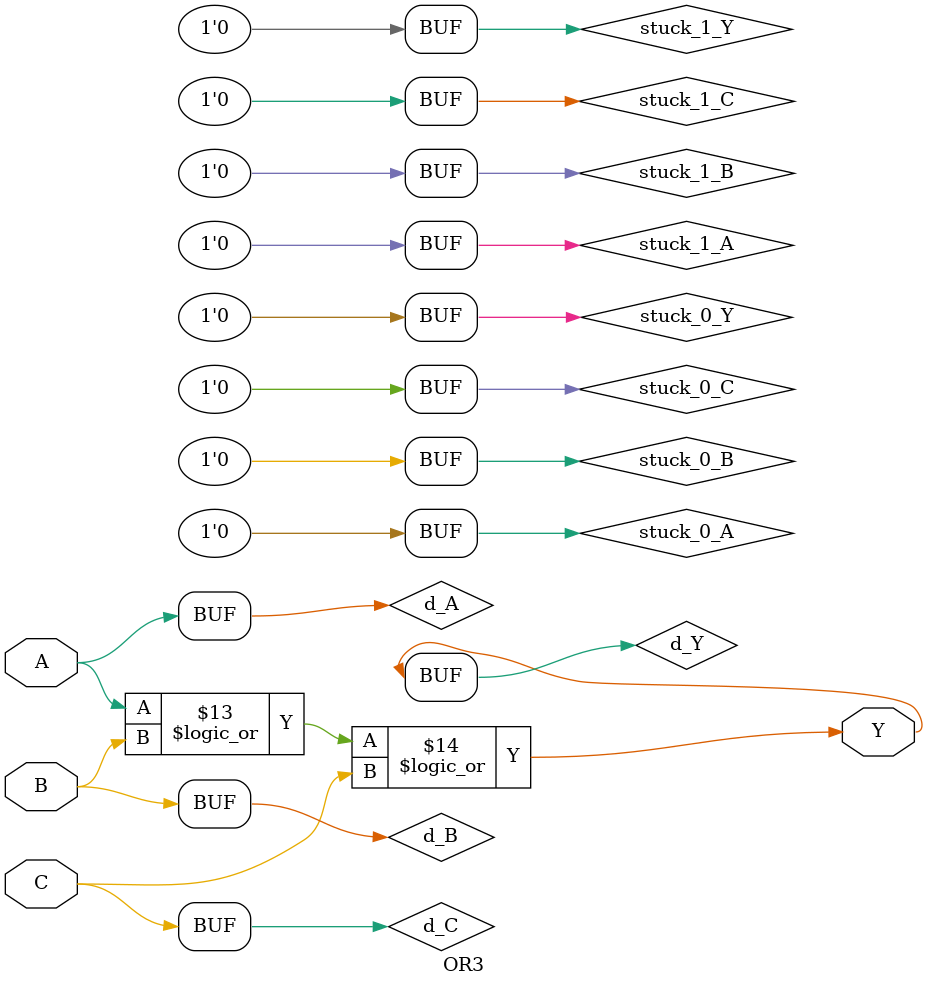
<source format=v>
module OR3 (input A, output Y, input C, input B);
`ifdef REGISTER
initial begin
   $display("register  %m.stuck_0_A input");
   $display("register  %m.stuck_1_A input");
   $display("register  %m.stuck_0_Y output");
   $display("register  %m.stuck_1_Y output");
   $display("register  %m.stuck_0_C input");
   $display("register  %m.stuck_1_C input");
   $display("register  %m.stuck_0_B input");
   $display("register  %m.stuck_1_B input");
end
`endif
reg stuck_0_A; initial stuck_0_A=0;
reg stuck_1_A; initial stuck_1_A=0;
wire d_A = stuck_1_A ? 1 : stuck_0_A ? 0 : A;
reg stuck_0_Y; initial stuck_0_Y=0;
reg stuck_1_Y; initial stuck_1_Y=0;
wire d_Y;
assign Y = stuck_1_Y ? 1 : stuck_0_Y ? 0 : d_Y;
reg stuck_0_C; initial stuck_0_C=0;
reg stuck_1_C; initial stuck_1_C=0;
wire d_C = stuck_1_C ? 1 : stuck_0_C ? 0 : C;
reg stuck_0_B; initial stuck_0_B=0;
reg stuck_1_B; initial stuck_1_B=0;
wire d_B = stuck_1_B ? 1 : stuck_0_B ? 0 : B;
assign d_Y = d_A || d_B || d_C;
endmodule

</source>
